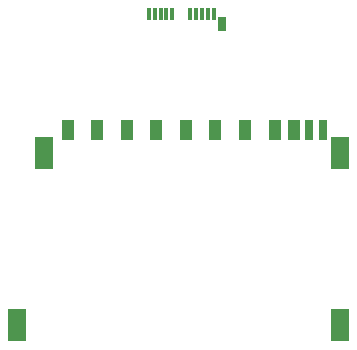
<source format=gbp>
%TF.GenerationSoftware,KiCad,Pcbnew,8.0.7-1.fc41*%
%TF.CreationDate,2025-01-19T14:43:59-06:00*%
%TF.ProjectId,Expansion_Card,45787061-6e73-4696-9f6e-5f436172642e,X1*%
%TF.SameCoordinates,Original*%
%TF.FileFunction,Paste,Bot*%
%TF.FilePolarity,Positive*%
%FSLAX46Y46*%
G04 Gerber Fmt 4.6, Leading zero omitted, Abs format (unit mm)*
G04 Created by KiCad (PCBNEW 8.0.7-1.fc41) date 2025-01-19 14:43:59*
%MOMM*%
%LPD*%
G01*
G04 APERTURE LIST*
%ADD10R,0.380000X1.000000*%
%ADD11R,0.700000X1.150000*%
%ADD12R,1.000000X1.800000*%
%ADD13R,0.700000X1.800000*%
%ADD14R,1.500000X2.800000*%
G04 APERTURE END LIST*
D10*
%TO.C,P1*%
X142750000Y-129040000D03*
X142250000Y-129040000D03*
X141750000Y-129040000D03*
X141250000Y-129040000D03*
X140750000Y-129040000D03*
X139250000Y-129040000D03*
X138750000Y-129040000D03*
X138250000Y-129040000D03*
X137750000Y-129040000D03*
X137250000Y-129040000D03*
D11*
X143420000Y-129880000D03*
%TD*%
D12*
%TO.C,J2*%
X132900000Y-138800000D03*
X135400000Y-138800000D03*
X137900000Y-138800000D03*
X140400000Y-138800000D03*
X142900000Y-138800000D03*
X145400000Y-138800000D03*
X147900000Y-138800000D03*
X149530000Y-138800000D03*
X130400000Y-138800000D03*
D13*
X150830000Y-138800000D03*
X152030000Y-138800000D03*
D14*
X153425000Y-140750000D03*
X128355000Y-140750000D03*
X153425000Y-155350000D03*
X126125000Y-155350000D03*
%TD*%
M02*

</source>
